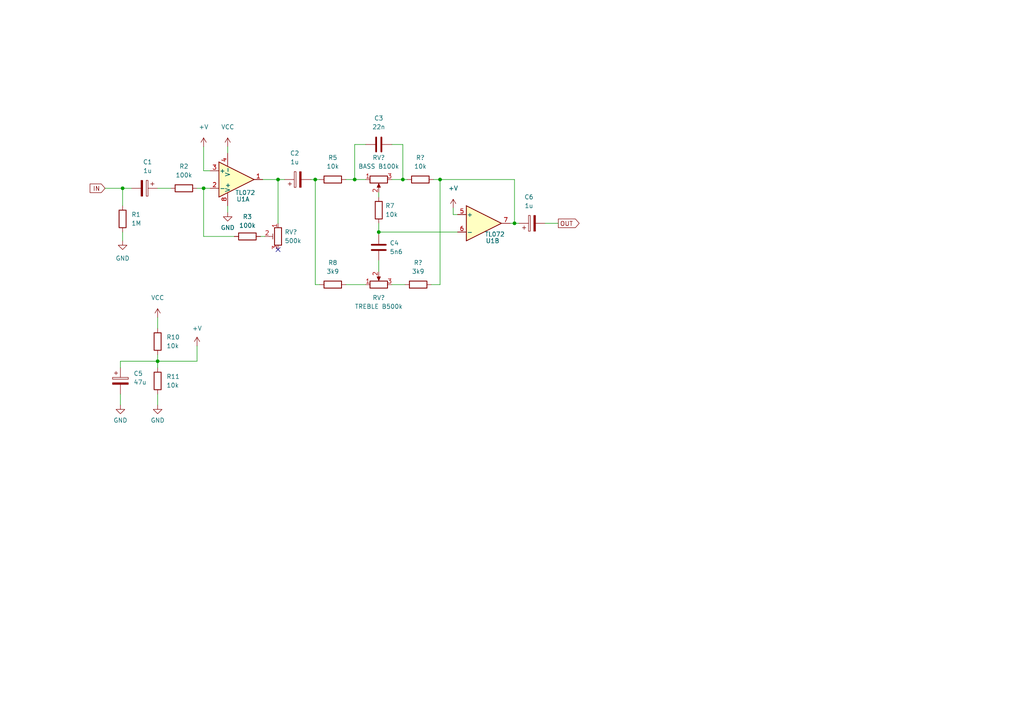
<source format=kicad_sch>
(kicad_sch (version 20211123) (generator eeschema)
  (paper "A4")
  (title_block (title "Active Baxandall tonestack") (date "2022-01-23") (rev "v0.1"))
  (lib_symbols
    (symbol "Amplifier_Operational:TL072" (pin_names (offset 0.127))
      (property "Reference" "U" (at 0 5.08 0))
      (property "Value" "TL072" (at 0 -5.08 0))
      (symbol "TL072_1_1"
        (polyline (pts (xy -5.08 5.08) (xy 5.08 0) (xy -5.08 -5.08) (xy -5.08 5.08)) (stroke (width 0.254)) (fill (type background)))
        (pin output line (at 7.62 0 180) (length 2.54) (name "~") (number "1"))
        (pin input line (at -7.62 -2.54 0) (length 2.54) (name "-") (number "2"))
        (pin input line (at -7.62 2.54 0) (length 2.54) (name "+") (number "3"))
      )
      (symbol "TL072_2_1"
        (polyline (pts (xy -5.08 5.08) (xy 5.08 0) (xy -5.08 -5.08) (xy -5.08 5.08)) (stroke (width 0.254)) (fill (type background)))
        (pin input line (at -7.62 2.54 0) (length 2.54) (name "+") (number "5"))
        (pin input line (at -7.62 -2.54 0) (length 2.54) (name "-") (number "6"))
        (pin output line (at 7.62 0 180) (length 2.54) (name "~") (number "7"))
      )
      (symbol "TL072_3_1"
        (pin power_in line (at -2.54 -7.62 90) (length 3.81) (name "V-") (number "4"))
        (pin power_in line (at -2.54 7.62 270) (length 3.81) (name "V+") (number "8"))
      )
    )
    (symbol "Device:C" (pin_numbers hide) (pin_names (offset 0.254))
      (property "Reference" "C" (at 0.635 2.54 0))
      (property "Value" "C" (at 0.635 -2.54 0))
      (symbol "C_0_1"
        (polyline (pts (xy -2.032 -0.762) (xy 2.032 -0.762)) (stroke (width 0.508)))
        (polyline (pts (xy -2.032 0.762) (xy 2.032 0.762)) (stroke (width 0.508)))
      )
      (symbol "C_1_1"
        (pin passive line (at 0 3.81 270) (length 2.794) (name "~") (number "1"))
        (pin passive line (at 0 -3.81 90) (length 2.794) (name "~") (number "2"))
      )
    )
    (symbol "Device:C_Polarized" (pin_numbers hide) (pin_names (offset 0.254))
      (property "Reference" "C" (at 0.635 2.54 0))
      (property "Value" "C_Polarized" (at 0.635 -2.54 0))
      (symbol "C_Polarized_0_1"
        (rectangle (start -2.286 0.508) (end 2.286 1.016))
        (polyline (pts (xy -1.778 2.286) (xy -0.762 2.286)))
        (polyline (pts (xy -1.27 2.794) (xy -1.27 1.778)))
        (rectangle (start 2.286 -0.508) (end -2.286 -1.016) (fill (type outline)))
      )
      (symbol "C_Polarized_1_1"
        (pin passive line (at 0 3.81 270) (length 2.794) (name "~") (number "1"))
        (pin passive line (at 0 -3.81 90) (length 2.794) (name "~") (number "2"))
      )
    )
    (symbol "Device:R" (pin_numbers hide) (pin_names (offset 0))
      (property "Reference" "R" (at 2.032 0 90))
      (property "Value" "R" (at 0 0 90))
      (symbol "R_0_1"
        (rectangle (start -1.016 -2.54) (end 1.016 2.54) (stroke (width 0.254)))
      )
      (symbol "R_1_1"
        (pin passive line (at 0 3.81 270) (length 1.27) (name "~") (number "1"))
        (pin passive line (at 0 -3.81 90) (length 1.27) (name "~") (number "2"))
      )
    )
    (symbol "Device:R_Potentiometer" (pin_names (offset 1.016) hide)
      (property "Reference" "RV" (at -4.445 0 90))
      (property "Value" "R_Potentiometer" (at -2.54 0 90))
      (symbol "R_Potentiometer_0_1"
        (polyline (pts (xy 2.54 0) (xy 1.524 0)))
        (polyline (pts (xy 1.143 0) (xy 2.286 0.508) (xy 2.286 -0.508) (xy 1.143 0)) (fill (type outline)))
        (rectangle (start 1.016 2.54) (end -1.016 -2.54) (stroke (width 0.254)))
      )
      (symbol "R_Potentiometer_1_1"
        (pin passive line (at 0 3.81 270) (length 1.27) (name "1") (number "1"))
        (pin passive line (at 3.81 0 180) (length 1.27) (name "2") (number "2"))
        (pin passive line (at 0 -3.81 90) (length 1.27) (name "3") (number "3"))
      )
    )
    (symbol "Device:R_Potentiometer_Trim" (pin_names (offset 1.016) hide)
      (property "Reference" "RV" (at -4.445 0 90))
      (property "Value" "R_Potentiometer_Trim" (at -2.54 0 90))
      (symbol "R_Potentiometer_Trim_0_1"
        (polyline (pts (xy 1.524 0.762) (xy 1.524 -0.762)))
        (polyline (pts (xy 2.54 0) (xy 1.524 0)))
        (rectangle (start 1.016 2.54) (end -1.016 -2.54) (stroke (width 0.254)))
      )
      (symbol "R_Potentiometer_Trim_1_1"
        (pin passive line (at 0 3.81 270) (length 1.27) (name "1") (number "1"))
        (pin passive line (at 3.81 0 180) (length 1.27) (name "2") (number "2"))
        (pin passive line (at 0 -3.81 90) (length 1.27) (name "3") (number "3"))
      )
    )
    (symbol "power:GND" (power) (pin_names (offset 0))
      (property "Value" "GND" (at 0 -3.81 0))
      (symbol "GND_0_1"
        (polyline (pts (xy 0 0) (xy 0 -1.27) (xy 1.27 -1.27) (xy 0 -2.54) (xy -1.27 -1.27) (xy 0 -1.27)))
      )
      (symbol "GND_1_1"
        (pin power_in line (at 0 0 270) (length 0) hide (name "GND") (number "1"))
      )
    )
    (symbol "power:VCC" (power) (pin_names (offset 0))
      (property "Value" "VCC" (at 0 3.81 0))
      (symbol "VCC_0_1"
        (polyline (pts (xy -0.762 1.27) (xy 0 2.54)))
        (polyline (pts (xy 0 0) (xy 0 2.54)))
        (polyline (pts (xy 0 2.54) (xy 0.762 1.27)))
      )
      (symbol "VCC_1_1"
        (pin power_in line (at 0 0 90) (length 0) hide (name "VCC") (number "1"))
      )
    )
    (symbol "rockola_symbols:VREF" (power) (pin_names (offset 0))
      (property "Value" "VREF" (at 0 3.556 0))
      (symbol "VREF_0_1"
        (polyline (pts (xy -0.762 1.27) (xy 0 2.54)))
        (polyline (pts (xy 0 0) (xy 0 2.54)))
        (polyline (pts (xy 0 2.54) (xy 0.762 1.27)))
      )
      (symbol "VREF_1_1"
        (pin power_in line (at 0 0 90) (length 0) hide (name "+V") (number "1"))
      )
    )
  )
  (junction (at 59.055 54.61))
  (junction (at 35.56 54.61))
  (junction (at 80.645 52.07))
  (junction (at 45.72 104.775))
  (junction (at 109.855 67.31))
  (junction (at 149.225 64.77))
  (junction (at 127.635 52.07))
  (junction (at 91.44 52.07))
  (junction (at 116.84 52.07))
  (junction (at 102.87 52.07))
  (no_connect (at 80.645 72.39))
  (wire (pts (xy 34.925 106.68) (xy 34.925 104.775)))
  (wire (pts (xy 147.955 64.77) (xy 149.225 64.77)))
  (wire (pts (xy 149.225 64.77) (xy 150.495 64.77)))
  (wire (pts (xy 116.84 52.07) (xy 116.84 41.91)))
  (wire (pts (xy 59.055 54.61) (xy 59.055 68.58)))
  (wire (pts (xy 45.72 102.87) (xy 45.72 104.775)))
  (wire (pts (xy 59.055 49.53) (xy 60.96 49.53)))
  (wire (pts (xy 57.15 100.33) (xy 57.15 104.775)))
  (wire (pts (xy 109.855 64.77) (xy 109.855 67.31)))
  (wire (pts (xy 127.635 52.07) (xy 125.73 52.07)))
  (wire (pts (xy 127.635 82.55) (xy 127.635 52.07)))
  (wire (pts (xy 57.15 104.775) (xy 45.72 104.775)))
  (wire (pts (xy 113.665 82.55) (xy 117.475 82.55)))
  (wire (pts (xy 80.645 52.07) (xy 76.2 52.07)))
  (wire (pts (xy 35.56 54.61) (xy 38.1 54.61)))
  (wire (pts (xy 67.945 68.58) (xy 59.055 68.58)))
  (wire (pts (xy 125.095 82.55) (xy 127.635 82.55)))
  (wire (pts (xy 131.445 62.23) (xy 132.715 62.23)))
  (wire (pts (xy 90.17 52.07) (xy 91.44 52.07)))
  (wire (pts (xy 116.84 41.91) (xy 113.665 41.91)))
  (wire (pts (xy 102.87 52.07) (xy 106.045 52.07)))
  (wire (pts (xy 92.71 82.55) (xy 91.44 82.55)))
  (wire (pts (xy 34.925 114.3) (xy 34.925 117.475)))
  (wire (pts (xy 45.72 104.775) (xy 45.72 106.68)))
  (wire (pts (xy 45.72 54.61) (xy 49.53 54.61)))
  (wire (pts (xy 100.33 52.07) (xy 102.87 52.07)))
  (wire (pts (xy 109.855 75.565) (xy 109.855 78.74)))
  (wire (pts (xy 80.645 64.77) (xy 80.645 52.07)))
  (wire (pts (xy 75.565 68.58) (xy 76.835 68.58)))
  (wire (pts (xy 59.055 54.61) (xy 60.96 54.61)))
  (wire (pts (xy 100.33 82.55) (xy 106.045 82.55)))
  (wire (pts (xy 45.72 114.3) (xy 45.72 117.475)))
  (wire (pts (xy 109.855 55.88) (xy 109.855 57.15)))
  (wire (pts (xy 91.44 52.07) (xy 92.71 52.07)))
  (wire (pts (xy 35.56 54.61) (xy 30.48 54.61)))
  (wire (pts (xy 106.045 41.91) (xy 102.87 41.91)))
  (wire (pts (xy 66.04 59.69) (xy 66.04 61.595)))
  (wire (pts (xy 80.645 52.07) (xy 82.55 52.07)))
  (wire (pts (xy 116.84 52.07) (xy 118.11 52.07)))
  (wire (pts (xy 45.72 92.075) (xy 45.72 95.25)))
  (wire (pts (xy 109.855 67.31) (xy 132.715 67.31)))
  (wire (pts (xy 149.225 52.07) (xy 127.635 52.07)))
  (wire (pts (xy 35.56 59.69) (xy 35.56 54.61)))
  (wire (pts (xy 149.225 64.77) (xy 149.225 52.07)))
  (wire (pts (xy 102.87 41.91) (xy 102.87 52.07)))
  (wire (pts (xy 59.055 42.545) (xy 59.055 49.53)))
  (wire (pts (xy 35.56 67.31) (xy 35.56 69.85)))
  (wire (pts (xy 158.115 64.77) (xy 161.925 64.77)))
  (wire (pts (xy 113.665 52.07) (xy 116.84 52.07)))
  (wire (pts (xy 131.445 60.325) (xy 131.445 62.23)))
  (wire (pts (xy 57.15 54.61) (xy 59.055 54.61)))
  (wire (pts (xy 66.04 42.545) (xy 66.04 44.45)))
  (wire (pts (xy 109.855 67.31) (xy 109.855 67.945)))
  (wire (pts (xy 91.44 82.55) (xy 91.44 52.07)))
  (wire (pts (xy 34.925 104.775) (xy 45.72 104.775)))
  (global_label "OUT" (shape output) (at 161.925 64.77 0) (property "Intersheet References" "${INTERSHEET_REFS}" (effects hide)))
  (global_label "IN" (shape input) (at 30.48 54.61 180) (property "Intersheet References" "${INTERSHEET_REFS}" (effects hide)))
  (symbol (lib_id "Device:C_Polarized") (at 41.91 54.61 270) (unit 1)
    (property "Reference" "C1" (at 42.799 46.99 90))
    (property "Value" "1u" (at 42.799 49.53 90))
  )
  (symbol (lib_id "rockola_symbols:VREF") (at 59.055 42.545 0) (unit 1)
    (property "Reference" "#PWR?" (effects hide))
    (property "Value" "VREF" (at 59.055 36.83 0))
  )
  (symbol (lib_id "Amplifier_Operational:TL072") (at 68.58 52.07 0) (mirror x) (unit 3)
    (property "Reference" "U1" (effects hide))
    (property "Value" "TL072" (effects hide))
    (property "Datasheet" "http://www.ti.com/lit/ds/symlink/tl071.pdf" (effects hide))
  )
  (symbol (lib_id "Device:C") (at 109.855 41.91 90) (unit 1)
    (property "Reference" "C3" (at 109.855 34.29 90))
    (property "Value" "22n" (at 109.855 36.83 90))
  )
  (symbol (lib_id "power:VCC") (at 45.72 92.075 0) (unit 1)
    (property "Reference" "#PWR?" (effects hide))
    (property "Value" "VCC" (at 45.72 86.36 0))
  )
  (symbol (lib_id "rockola_symbols:VREF") (at 131.445 60.325 0) (unit 1)
    (property "Reference" "#PWR?" (effects hide))
    (property "Value" "VREF" (at 131.445 54.61 0))
  )
  (symbol (lib_id "Device:R") (at 96.52 82.55 90) (unit 1)
    (property "Reference" "R8" (at 96.52 76.2 90))
    (property "Value" "3k9" (at 96.52 78.74 90))
  )
  (symbol (lib_id "Device:R") (at 121.285 82.55 90) (unit 1)
    (property "Reference" "R?" (at 121.285 76.2 90))
    (property "Value" "3k9" (at 121.285 78.74 90))
  )
  (symbol (lib_id "power:GND") (at 45.72 117.475 0) (unit 1)
    (property "Reference" "#PWR?" (effects hide))
    (property "Value" "GND" (at 45.72 121.92 0))
  )
  (symbol (lib_id "power:GND") (at 34.925 117.475 0) (unit 1)
    (property "Reference" "#PWR?" (effects hide))
    (property "Value" "GND" (at 34.925 121.92 0))
  )
  (symbol (lib_id "rockola_symbols:VREF") (at 57.15 100.33 0) (unit 1)
    (property "Reference" "#PWR?" (effects hide))
    (property "Value" "VREF" (at 57.15 95.25 0))
  )
  (symbol (lib_id "Device:R") (at 121.92 52.07 90) (unit 1)
    (property "Reference" "R?" (at 121.92 45.72 90))
    (property "Value" "10k" (at 121.92 48.26 90))
  )
  (symbol (lib_id "Device:R") (at 71.755 68.58 90) (unit 1)
    (property "Reference" "R3" (at 71.755 62.865 90))
    (property "Value" "100k" (at 71.755 65.405 90))
  )
  (symbol (lib_id "Device:C_Polarized") (at 154.305 64.77 90) (unit 1)
    (property "Reference" "C6" (at 153.416 57.15 90))
    (property "Value" "1u" (at 153.416 59.69 90))
  )
  (symbol (lib_id "Amplifier_Operational:TL072") (at 140.335 64.77 0) (unit 2)
    (property "Reference" "U1" (at 142.875 69.85 0))
    (property "Value" "TL072" (at 143.51 67.945 0))
    (property "Datasheet" "http://www.ti.com/lit/ds/symlink/tl071.pdf" (effects hide))
  )
  (symbol (lib_id "Device:R") (at 109.855 60.96 0) (unit 1)
    (property "Reference" "R7" (at 111.76 59.6899 0) (effects (justify left)))
    (property "Value" "10k" (at 111.76 62.2299 0) (effects (justify left)))
  )
  (symbol (lib_id "Device:C") (at 109.855 71.755 0) (unit 1)
    (property "Reference" "C4" (at 113.03 70.4849 0) (effects (justify left)))
    (property "Value" "5n6" (at 113.03 73.0249 0) (effects (justify left)))
  )
  (symbol (lib_id "Device:R_Potentiometer") (at 109.855 82.55 90) (unit 1)
    (property "Reference" "RV?" (at 109.855 86.36 90))
    (property "Value" "TREBLE B500k" (at 109.855 88.9 90))
  )
  (symbol (lib_id "Device:C_Polarized") (at 34.925 110.49 0) (unit 1)
    (property "Reference" "C5" (at 38.735 108.3309 0) (effects (justify left)))
    (property "Value" "47u" (at 38.735 110.8709 0) (effects (justify left)))
  )
  (symbol (lib_id "Device:R") (at 45.72 99.06 0) (unit 1)
    (property "Reference" "R10" (at 48.26 97.7899 0) (effects (justify left)))
    (property "Value" "10k" (at 48.26 100.3299 0) (effects (justify left)))
  )
  (symbol (lib_id "Device:R") (at 53.34 54.61 90) (unit 1)
    (property "Reference" "R2" (at 53.34 48.26 90))
    (property "Value" "100k" (at 53.34 50.8 90))
  )
  (symbol (lib_id "Device:C_Polarized") (at 86.36 52.07 90) (unit 1)
    (property "Reference" "C2" (at 85.471 44.45 90))
    (property "Value" "1u" (at 85.471 46.99 90))
  )
  (symbol (lib_id "Device:R") (at 96.52 52.07 90) (unit 1)
    (property "Reference" "R5" (at 96.52 45.72 90))
    (property "Value" "10k" (at 96.52 48.26 90))
  )
  (symbol (lib_id "power:GND") (at 35.56 69.85 0) (unit 1)
    (property "Reference" "#PWR?" (effects hide))
    (property "Value" "GND" (at 35.56 74.93 0))
  )
  (symbol (lib_id "power:VCC") (at 66.04 42.545 0) (unit 1)
    (property "Reference" "#PWR?" (effects hide))
    (property "Value" "VCC" (at 66.04 36.83 0))
  )
  (symbol (lib_id "power:GND") (at 66.04 61.595 0) (unit 1)
    (property "Reference" "#PWR?" (effects hide))
    (property "Value" "GND" (at 66.04 66.04 0))
  )
  (symbol (lib_id "Device:R") (at 35.56 63.5 0) (unit 1)
    (property "Reference" "R1" (at 38.1 62.2299 0) (effects (justify left)))
    (property "Value" "1M" (at 38.1 64.7699 0) (effects (justify left)))
  )
  (symbol (lib_id "Device:R_Potentiometer_Trim") (at 80.645 68.58 0) (mirror y) (unit 1)
    (property "Reference" "RV?" (at 82.55 67.3099 0) (effects (justify right)))
    (property "Value" "500k" (at 82.55 69.8499 0) (effects (justify right)))
  )
  (symbol (lib_id "Amplifier_Operational:TL072") (at 68.58 52.07 0) (unit 1)
    (property "Reference" "U1" (at 70.485 57.785 0))
    (property "Value" "TL072" (at 71.12 55.88 0))
    (property "Datasheet" "http://www.ti.com/lit/ds/symlink/tl071.pdf" (effects hide))
  )
  (symbol (lib_id "Device:R_Potentiometer") (at 109.855 52.07 90) (mirror x) (unit 1)
    (property "Reference" "RV?" (at 109.855 45.72 90))
    (property "Value" "BASS B100k" (at 109.855 48.26 90))
  )
  (symbol (lib_id "Device:R") (at 45.72 110.49 0) (unit 1)
    (property "Reference" "R11" (at 48.26 109.2199 0) (effects (justify left)))
    (property "Value" "10k" (at 48.26 111.7599 0) (effects (justify left)))
  )
)
</source>
